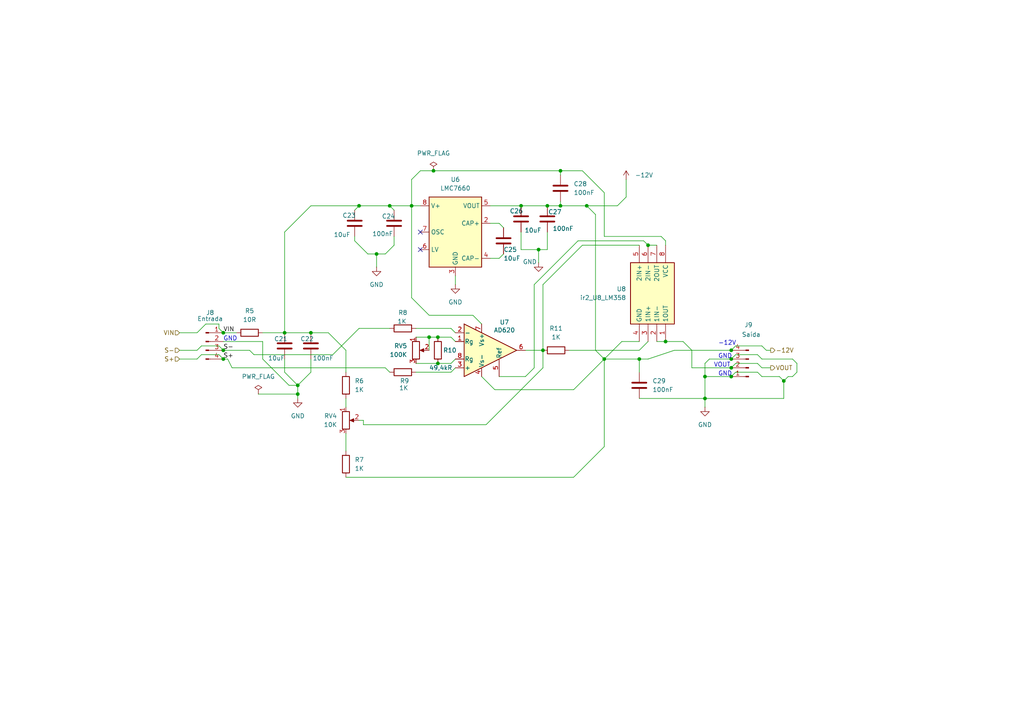
<source format=kicad_sch>
(kicad_sch (version 20250114) (generator "eeschema") (generator_version "9.0")
  (paper "A4")
  (title_block (title "PROJETO IR2_B2_UFAM") (date "07/08/2025") (rev "V1") (company "UFAM-UFMG") (comment 1 "1 - Software Proteus substituído pelo Software Kicad 9.0") (comment 2 "2 - Incluído Amplificafor de Instrumentação para reduzir ruídos") (comment 3 "3 - Incluídos conectores para cabos entrelaçados") (comment 4 "4 - Análise de 4 camadas para reduzir ruídos") (comment 5 "5 - Teste de clonagem"))
  (lib_symbols
    (symbol "Amplifier_Instrumentation:AD620" (pin_names (offset 0.127))
      (property "Reference" "U" (at 3.81 7.62 0))
      (property "Value" "AD620" (at 5.08 5.08 0))
      (symbol "AD620_0_1"
        (polyline (pts (xy -7.62 7.62) (xy -7.62 -7.62) (xy 7.62 0) (xy -7.62 7.62)) (stroke (width 0.254)) (fill (type background)))
      )
      (symbol "AD620_1_1"
        (pin input line (at -10.16 5.08 0) (length 2.54) (name "-") (number "2"))
        (pin passive line (at -10.16 2.54 0) (length 2.54) (name "Rg") (number "1"))
        (pin passive line (at -10.16 -2.54 0) (length 2.54) (name "Rg") (number "8"))
        (pin input line (at -10.16 -5.08 0) (length 2.54) (name "+") (number "3"))
        (pin power_in line (at -2.54 7.62 270) (length 2.54) (name "Vs+") (number "7"))
        (pin power_in line (at -2.54 -7.62 90) (length 2.54) (name "Vs-") (number "4"))
        (pin passive line (at 2.54 -7.62 90) (length 5.08) (name "Ref") (number "5"))
        (pin output line (at 10.16 0 180) (length 2.54) (name "~") (number "6"))
      )
    )
    (symbol "Connector:Conn_01x04_Pin" (pin_names (offset 1.016) (hide yes))
      (property "Reference" "J" (at 0 5.08 0))
      (property "Value" "Conn_01x04_Pin" (at 0 -7.62 0))
      (symbol "Conn_01x04_Pin_1_1"
        (rectangle (start 0.8636 2.667) (end 0 2.413) (stroke (width 0.1524)) (fill (type outline)))
        (rectangle (start 0.8636 0.127) (end 0 -0.127) (stroke (width 0.1524)) (fill (type outline)))
        (rectangle (start 0.8636 -2.413) (end 0 -2.667) (stroke (width 0.1524)) (fill (type outline)))
        (rectangle (start 0.8636 -4.953) (end 0 -5.207) (stroke (width 0.1524)) (fill (type outline)))
        (polyline (pts (xy 1.27 2.54) (xy 0.8636 2.54)) (stroke (width 0.1524)))
        (polyline (pts (xy 1.27 0) (xy 0.8636 0)) (stroke (width 0.1524)))
        (polyline (pts (xy 1.27 -2.54) (xy 0.8636 -2.54)) (stroke (width 0.1524)))
        (polyline (pts (xy 1.27 -5.08) (xy 0.8636 -5.08)) (stroke (width 0.1524)))
        (pin passive line (at 5.08 2.54 180) (length 3.81) (name "Pin_1") (number "1"))
        (pin passive line (at 5.08 0 180) (length 3.81) (name "Pin_2") (number "2"))
        (pin passive line (at 5.08 -2.54 180) (length 3.81) (name "Pin_3") (number "3"))
        (pin passive line (at 5.08 -5.08 180) (length 3.81) (name "Pin_4") (number "4"))
      )
    )
    (symbol "Device:C" (pin_numbers (hide yes)) (pin_names (offset 0.254))
      (property "Reference" "C" (at 0.635 2.54 0))
      (property "Value" "C" (at 0.635 -2.54 0))
      (symbol "C_0_1"
        (polyline (pts (xy -2.032 0.762) (xy 2.032 0.762)) (stroke (width 0.508)))
        (polyline (pts (xy -2.032 -0.762) (xy 2.032 -0.762)) (stroke (width 0.508)))
      )
      (symbol "C_1_1"
        (pin passive line (at 0 3.81 270) (length 2.794) (name "~") (number "1"))
        (pin passive line (at 0 -3.81 90) (length 2.794) (name "~") (number "2"))
      )
    )
    (symbol "Device:R" (pin_numbers (hide yes)) (pin_names (offset 0))
      (property "Reference" "R" (at 2.032 0 90))
      (property "Value" "R" (at 0 0 90))
      (symbol "R_0_1"
        (rectangle (start -1.016 -2.54) (end 1.016 2.54) (stroke (width 0.254)))
      )
      (symbol "R_1_1"
        (pin passive line (at 0 3.81 270) (length 1.27) (name "~") (number "1"))
        (pin passive line (at 0 -3.81 90) (length 1.27) (name "~") (number "2"))
      )
    )
    (symbol "Device:R_Potentiometer" (pin_names (offset 1.016) (hide yes))
      (property "Reference" "RV" (at -4.445 0 90))
      (property "Value" "R_Potentiometer" (at -2.54 0 90))
      (symbol "R_Potentiometer_0_1"
        (rectangle (start 1.016 2.54) (end -1.016 -2.54) (stroke (width 0.254)))
        (polyline (pts (xy 1.143 0) (xy 2.286 0.508) (xy 2.286 -0.508) (xy 1.143 0)) (fill (type outline)))
        (polyline (pts (xy 2.54 0) (xy 1.524 0)))
      )
      (symbol "R_Potentiometer_1_1"
        (pin passive line (at 0 3.81 270) (length 1.27) (name "1") (number "1"))
        (pin passive line (at 0 -3.81 90) (length 1.27) (name "3") (number "3"))
        (pin passive line (at 3.81 0 180) (length 1.27) (name "2") (number "2"))
      )
    )
    (symbol "IR2_Library:IR2_UFAM_U8_LM358"
      (property "Reference" "U" (at 24.13 7.62 0))
      (property "Value" "IR2_UFAM_U8_LM358" (at 24.13 5.08 0))
      (symbol "IR2_UFAM_U8_LM358_1_1"
        (rectangle (start 5.08 2.54) (end 22.86 -10.16) (stroke (width 0.254)) (fill (type background)))
        (pin passive line (at 0 0 0) (length 5.08) (name "1OUT") (number "1"))
        (pin passive line (at 0 -2.54 0) (length 5.08) (name "1IN-") (number "2"))
        (pin passive line (at 0 -5.08 0) (length 5.08) (name "1IN+") (number "3"))
        (pin passive line (at 0 -7.62 0) (length 5.08) (name "GND") (number "4"))
        (pin passive line (at 27.94 0 180) (length 5.08) (name "VCC") (number "8"))
        (pin passive line (at 27.94 -2.54 180) (length 5.08) (name "2OUT") (number "7"))
        (pin passive line (at 27.94 -5.08 180) (length 5.08) (name "2IN-") (number "6"))
        (pin passive line (at 27.94 -7.62 180) (length 5.08) (name "2IN+") (number "5"))
      )
    )
    (symbol "Regulator_SwitchedCapacitor:LMC7660"
      (property "Reference" "U" (at -6.604 11.43 0))
      (property "Value" "LMC7660" (at 0 11.43 0))
      (symbol "LMC7660_0_1"
        (rectangle (start -7.62 10.16) (end 7.62 -10.16) (stroke (width 0.254)) (fill (type background)))
      )
      (symbol "LMC7660_1_1"
        (pin power_in line (at -10.16 7.62 0) (length 2.54) (name "V+") (number "8"))
        (pin input line (at -10.16 0 0) (length 2.54) (name "OSC") (number "7"))
        (pin input line (at -10.16 -5.08 0) (length 2.54) (name "LV") (number "6"))
        (pin no_connect line (at -7.62 5.08 0) (length 2.54) (hide yes) (name "NC") (number "1"))
        (pin power_in line (at 0 -12.7 90) (length 2.54) (name "GND") (number "3"))
        (pin power_out line (at 10.16 7.62 180) (length 2.54) (name "VOUT") (number "5"))
        (pin input line (at 10.16 2.54 180) (length 2.54) (name "CAP+") (number "2"))
        (pin input line (at 10.16 -7.62 180) (length 2.54) (name "CAP-") (number "4"))
      )
    )
    (symbol "power:GND" (power) (pin_numbers (hide yes)) (pin_names (offset 0) (hide yes))
      (property "Value" "GND" (at 0 -3.81 0))
      (symbol "GND_0_1"
        (polyline (pts (xy 0 0) (xy 0 -1.27) (xy 1.27 -1.27) (xy 0 -2.54) (xy -1.27 -1.27) (xy 0 -1.27)))
      )
      (symbol "GND_1_1"
        (pin power_in line (at 0 0 270) (length 0) (name "~") (number "1"))
      )
    )
    (symbol "power:PWR_FLAG" (power) (pin_numbers (hide yes)) (pin_names (offset 0) (hide yes))
      (property "Value" "PWR_FLAG" (at 0 3.81 0))
      (symbol "PWR_FLAG_0_0"
        (pin power_out line (at 0 0 90) (length 0) (name "~") (number "1"))
      )
      (symbol "PWR_FLAG_0_1"
        (polyline (pts (xy 0 0) (xy 0 1.27) (xy -1.016 1.905) (xy 0 2.54) (xy 1.016 1.905) (xy 0 1.27)))
      )
    )
    (symbol "power:VCC" (power) (pin_numbers (hide yes)) (pin_names (offset 0) (hide yes))
      (property "Value" "VCC" (at 0 3.556 0))
      (symbol "VCC_0_1"
        (polyline (pts (xy -0.762 1.27) (xy 0 2.54)))
        (polyline (pts (xy 0 2.54) (xy 0.762 1.27)))
        (polyline (pts (xy 0 0) (xy 0 2.54)))
      )
      (symbol "VCC_1_1"
        (pin power_in line (at 0 0 90) (length 0) (name "~") (number "1"))
      )
    )
  )
  (text "GND" (at 64.77 99.06 0) (effects (font (size 1.27 1.27)) (justify left bottom)))
  (text "-12V" (at 208.28 100.33 0) (effects (font (size 1.27 1.27)) (justify left bottom)))
  (text "GND" (at 208.28 104.14 0) (effects (font (size 1.27 1.27)) (justify left bottom)))
  (text "GND" (at 208.28 109.22 0) (effects (font (size 1.27 1.27)) (justify left bottom)))
  (text "VOUT" (at 207.01 106.68 0) (effects (font (size 1.27 1.27)) (justify left bottom)))
  (junction (at 64.77 104.14))
  (junction (at 156.21 72.39))
  (junction (at 170.18 59.69))
  (junction (at 64.77 101.6))
  (junction (at 127 105.41))
  (junction (at 227.33 110.49))
  (junction (at 204.47 115.57))
  (junction (at 175.26 104.14))
  (junction (at 185.42 104.14))
  (junction (at 82.55 96.52))
  (junction (at 86.36 114.3))
  (junction (at 109.22 73.66))
  (junction (at 113.03 59.69))
  (junction (at 124.46 97.79))
  (junction (at 187.96 71.12))
  (junction (at 158.75 59.69))
  (junction (at 90.17 96.52))
  (junction (at 162.56 59.69))
  (junction (at 119.38 59.69))
  (junction (at 212.09 101.6))
  (junction (at 151.13 59.69))
  (junction (at 193.04 99.06))
  (junction (at 157.48 101.6))
  (junction (at 64.77 96.52))
  (junction (at 127 97.79))
  (junction (at 212.09 109.22))
  (junction (at 212.09 104.14))
  (junction (at 162.56 49.53))
  (junction (at 104.14 59.69))
  (junction (at 204.47 109.22))
  (junction (at 86.36 111.76))
  (junction (at 125.73 49.53))
  (junction (at 212.09 106.68))
  (no_connect (at 121.92 67.31))
  (no_connect (at 121.92 72.39))
  (wire (pts (xy 114.3 60.96) (xy 113.03 59.69)))
  (wire (pts (xy 175.26 104.14) (xy 175.26 129.54)))
  (wire (pts (xy 220.98 104.14) (xy 219.71 102.87)))
  (wire (pts (xy 204.47 109.22) (xy 204.47 115.57)))
  (wire (pts (xy 213.36 107.95) (xy 212.09 109.22)))
  (wire (pts (xy 82.55 107.95) (xy 82.55 104.14)))
  (wire (pts (xy 185.42 104.14) (xy 185.42 107.95)))
  (wire (pts (xy 229.87 109.22) (xy 228.6 109.22)))
  (wire (pts (xy 100.33 101.6) (xy 95.25 96.52)))
  (wire (pts (xy 59.69 93.98) (xy 63.5 93.98)))
  (wire (pts (xy 193.04 69.85) (xy 193.04 71.12)))
  (wire (pts (xy 157.48 82.55) (xy 157.48 101.6)))
  (wire (pts (xy 220.98 106.68) (xy 219.71 105.41)))
  (wire (pts (xy 102.87 60.96) (xy 104.14 59.69)))
  (wire (pts (xy 119.38 59.69) (xy 121.92 59.69)))
  (wire (pts (xy 156.21 72.39) (xy 156.21 76.2)))
  (wire (pts (xy 193.04 69.85) (xy 191.77 68.58)))
  (wire (pts (xy 172.72 62.23) (xy 170.18 59.69)))
  (wire (pts (xy 142.24 59.69) (xy 151.13 59.69)))
  (wire (pts (xy 167.64 69.85) (xy 154.94 82.55)))
  (wire (pts (xy 168.91 71.12) (xy 157.48 82.55)))
  (wire (pts (xy 127 105.41) (xy 130.81 105.41)))
  (wire (pts (xy 106.68 73.66) (xy 109.22 73.66)))
  (wire (pts (xy 102.87 68.58) (xy 102.87 69.85)))
  (wire (pts (xy 204.47 115.57) (xy 204.47 118.11)))
  (wire (pts (xy 185.42 104.14) (xy 187.96 104.14)))
  (wire (pts (xy 172.72 101.6) (xy 172.72 62.23)))
  (wire (pts (xy 154.94 106.68) (xy 152.4 109.22)))
  (wire (pts (xy 58.42 102.87) (xy 63.5 102.87)))
  (wire (pts (xy 222.25 101.6) (xy 220.98 100.33)))
  (wire (pts (xy 229.87 104.14) (xy 231.14 105.41)))
  (wire (pts (xy 64.77 99.06) (xy 76.2 99.06)))
  (wire (pts (xy 82.55 96.52) (xy 82.55 67.31)))
  (wire (pts (xy 213.36 102.87) (xy 219.71 102.87)))
  (wire (pts (xy 125.73 49.53) (xy 162.56 49.53)))
  (wire (pts (xy 200.66 101.6) (xy 200.66 106.68)))
  (wire (pts (xy 186.69 69.85) (xy 167.64 69.85)))
  (wire (pts (xy 157.48 101.6) (xy 157.48 106.68)))
  (wire (pts (xy 223.52 101.6) (xy 222.25 101.6)))
  (wire (pts (xy 130.81 105.41) (xy 132.08 104.14)))
  (wire (pts (xy 76.2 99.06) (xy 76.2 104.14)))
  (wire (pts (xy 227.33 110.49) (xy 227.33 115.57)))
  (wire (pts (xy 220.98 100.33) (xy 213.36 100.33)))
  (wire (pts (xy 57.15 101.6) (xy 58.42 100.33)))
  (wire (pts (xy 52.07 104.14) (xy 57.15 104.14)))
  (wire (pts (xy 187.96 104.14) (xy 195.58 101.6)))
  (wire (pts (xy 82.55 67.31) (xy 90.17 59.69)))
  (wire (pts (xy 175.26 104.14) (xy 172.72 101.6)))
  (wire (pts (xy 144.78 109.22) (xy 152.4 109.22)))
  (wire (pts (xy 165.1 101.6) (xy 185.42 101.6)))
  (wire (pts (xy 181.61 52.07) (xy 181.61 57.15)))
  (wire (pts (xy 151.13 67.31) (xy 151.13 72.39)))
  (wire (pts (xy 166.37 138.43) (xy 175.26 129.54)))
  (wire (pts (xy 180.34 99.06) (xy 175.26 104.14)))
  (wire (pts (xy 124.46 91.44) (xy 119.38 86.36)))
  (wire (pts (xy 124.46 97.79) (xy 127 97.79)))
  (wire (pts (xy 121.92 49.53) (xy 125.73 49.53)))
  (wire (pts (xy 130.81 107.95) (xy 132.08 106.68)))
  (wire (pts (xy 162.56 49.53) (xy 168.91 49.53)))
  (wire (pts (xy 124.46 97.79) (xy 124.46 101.6)))
  (wire (pts (xy 190.5 99.06) (xy 193.04 99.06)))
  (wire (pts (xy 52.07 101.6) (xy 57.15 101.6)))
  (wire (pts (xy 57.15 96.52) (xy 59.69 93.98)))
  (wire (pts (xy 130.81 95.25) (xy 132.08 96.52)))
  (wire (pts (xy 213.36 102.87) (xy 212.09 104.14)))
  (wire (pts (xy 57.15 104.14) (xy 58.42 102.87)))
  (wire (pts (xy 162.56 59.69) (xy 170.18 59.69)))
  (wire (pts (xy 86.36 111.76) (xy 86.36 114.3)))
  (wire (pts (xy 127 97.79) (xy 130.81 97.79)))
  (wire (pts (xy 144.78 64.77) (xy 146.05 66.04)))
  (wire (pts (xy 63.5 95.25) (xy 64.77 96.52)))
  (wire (pts (xy 67.31 106.68) (xy 66.04 104.14)))
  (wire (pts (xy 137.16 91.44) (xy 124.46 91.44)))
  (wire (pts (xy 185.42 71.12) (xy 168.91 71.12)))
  (wire (pts (xy 74.93 114.3) (xy 86.36 114.3)))
  (wire (pts (xy 151.13 72.39) (xy 156.21 72.39)))
  (wire (pts (xy 100.33 107.95) (xy 100.33 101.6)))
  (wire (pts (xy 140.97 123.19) (xy 157.48 106.68)))
  (wire (pts (xy 220.98 104.14) (xy 229.87 104.14)))
  (wire (pts (xy 204.47 109.22) (xy 212.09 109.22)))
  (wire (pts (xy 187.96 71.12) (xy 186.69 69.85)))
  (wire (pts (xy 104.14 95.25) (xy 96.52 102.87)))
  (wire (pts (xy 90.17 96.52) (xy 95.25 96.52)))
  (wire (pts (xy 204.47 115.57) (xy 227.33 115.57)))
  (wire (pts (xy 64.77 104.14) (xy 66.04 104.14)))
  (wire (pts (xy 90.17 107.95) (xy 86.36 111.76)))
  (wire (pts (xy 114.3 68.58) (xy 114.3 71.12)))
  (wire (pts (xy 166.37 113.03) (xy 175.26 104.14)))
  (wire (pts (xy 102.87 69.85) (xy 106.68 73.66)))
  (wire (pts (xy 96.52 102.87) (xy 73.66 102.87)))
  (wire (pts (xy 142.24 64.77) (xy 144.78 64.77)))
  (wire (pts (xy 82.55 107.95) (xy 86.36 111.76)))
  (wire (pts (xy 193.04 99.06) (xy 198.12 99.06)))
  (wire (pts (xy 52.07 96.52) (xy 57.15 96.52)))
  (wire (pts (xy 104.14 121.92) (xy 105.41 121.92)))
  (wire (pts (xy 205.74 104.14) (xy 212.09 104.14)))
  (wire (pts (xy 213.36 105.41) (xy 212.09 106.68)))
  (wire (pts (xy 86.36 114.3) (xy 86.36 115.57)))
  (wire (pts (xy 187.96 99.06) (xy 185.42 101.6)))
  (wire (pts (xy 185.42 115.57) (xy 204.47 115.57)))
  (wire (pts (xy 109.22 73.66) (xy 109.22 77.47)))
  (wire (pts (xy 162.56 49.53) (xy 162.56 50.8)))
  (wire (pts (xy 185.42 99.06) (xy 180.34 99.06)))
  (wire (pts (xy 63.5 102.87) (xy 64.77 104.14)))
  (wire (pts (xy 104.14 59.69) (xy 113.03 59.69)))
  (wire (pts (xy 64.77 96.52) (xy 68.58 96.52)))
  (wire (pts (xy 204.47 105.41) (xy 204.47 109.22)))
  (wire (pts (xy 220.98 109.22) (xy 219.71 107.95)))
  (wire (pts (xy 158.75 59.69) (xy 162.56 59.69)))
  (wire (pts (xy 130.81 97.79) (xy 132.08 99.06)))
  (wire (pts (xy 223.52 106.68) (xy 220.98 106.68)))
  (wire (pts (xy 185.42 104.14) (xy 175.26 104.14)))
  (wire (pts (xy 119.38 59.69) (xy 119.38 52.07)))
  (wire (pts (xy 219.71 105.41) (xy 213.36 105.41)))
  (wire (pts (xy 219.71 107.95) (xy 213.36 107.95)))
  (wire (pts (xy 119.38 52.07) (xy 121.92 49.53)))
  (wire (pts (xy 143.51 113.03) (xy 166.37 113.03)))
  (wire (pts (xy 76.2 104.14) (xy 83.82 111.76)))
  (wire (pts (xy 231.14 107.95) (xy 229.87 109.22)))
  (wire (pts (xy 113.03 59.69) (xy 119.38 59.69)))
  (wire (pts (xy 175.26 55.88) (xy 175.26 68.58)))
  (wire (pts (xy 142.24 74.93) (xy 144.78 74.93)))
  (wire (pts (xy 187.96 71.12) (xy 190.5 71.12)))
  (wire (pts (xy 139.7 109.22) (xy 143.51 113.03)))
  (wire (pts (xy 120.65 107.95) (xy 130.81 107.95)))
  (wire (pts (xy 139.7 93.98) (xy 137.16 91.44)))
  (wire (pts (xy 220.98 109.22) (xy 226.06 109.22)))
  (wire (pts (xy 200.66 106.68) (xy 212.09 106.68)))
  (wire (pts (xy 83.82 111.76) (xy 86.36 111.76)))
  (wire (pts (xy 111.76 106.68) (xy 113.03 107.95)))
  (wire (pts (xy 151.13 59.69) (xy 158.75 59.69)))
  (wire (pts (xy 67.31 106.68) (xy 111.76 106.68)))
  (wire (pts (xy 105.41 121.92) (xy 105.41 123.19)))
  (wire (pts (xy 63.5 100.33) (xy 64.77 101.6)))
  (wire (pts (xy 90.17 107.95) (xy 90.17 104.14)))
  (wire (pts (xy 170.18 59.69) (xy 179.07 59.69)))
  (wire (pts (xy 114.3 71.12) (xy 111.76 73.66)))
  (wire (pts (xy 119.38 59.69) (xy 119.38 86.36)))
  (wire (pts (xy 132.08 80.01) (xy 132.08 82.55)))
  (wire (pts (xy 228.6 109.22) (xy 227.33 110.49)))
  (wire (pts (xy 100.33 138.43) (xy 166.37 138.43)))
  (wire (pts (xy 195.58 101.6) (xy 212.09 101.6)))
  (wire (pts (xy 226.06 109.22) (xy 227.33 110.49)))
  (wire (pts (xy 158.75 67.31) (xy 158.75 72.39)))
  (wire (pts (xy 105.41 123.19) (xy 140.97 123.19)))
  (wire (pts (xy 181.61 57.15) (xy 179.07 59.69)))
  (wire (pts (xy 154.94 82.55) (xy 154.94 106.68)))
  (wire (pts (xy 175.26 68.58) (xy 191.77 68.58)))
  (wire (pts (xy 58.42 100.33) (xy 63.5 100.33)))
  (wire (pts (xy 64.77 101.6) (xy 72.39 101.6)))
  (wire (pts (xy 198.12 99.06) (xy 200.66 101.6)))
  (wire (pts (xy 168.91 49.53) (xy 175.26 55.88)))
  (wire (pts (xy 73.66 102.87) (xy 72.39 101.6)))
  (wire (pts (xy 120.65 97.79) (xy 124.46 97.79)))
  (wire (pts (xy 144.78 74.93) (xy 146.05 73.66)))
  (wire (pts (xy 76.2 96.52) (xy 82.55 96.52)))
  (wire (pts (xy 90.17 59.69) (xy 104.14 59.69)))
  (wire (pts (xy 162.56 58.42) (xy 162.56 59.69)))
  (wire (pts (xy 100.33 125.73) (xy 100.33 130.81)))
  (wire (pts (xy 82.55 96.52) (xy 90.17 96.52)))
  (wire (pts (xy 113.03 95.25) (xy 104.14 95.25)))
  (wire (pts (xy 120.65 95.25) (xy 130.81 95.25)))
  (wire (pts (xy 109.22 73.66) (xy 111.76 73.66)))
  (wire (pts (xy 63.5 93.98) (xy 63.5 95.25)))
  (wire (pts (xy 120.65 105.41) (xy 127 105.41)))
  (wire (pts (xy 213.36 100.33) (xy 212.09 101.6)))
  (wire (pts (xy 204.47 105.41) (xy 205.74 104.14)))
  (wire (pts (xy 100.33 115.57) (xy 100.33 118.11)))
  (wire (pts (xy 156.21 72.39) (xy 158.75 72.39)))
  (wire (pts (xy 152.4 101.6) (xy 157.48 101.6)))
  (wire (pts (xy 231.14 105.41) (xy 231.14 107.95)))
  (label "S+" (at 64.77 104.14 0))
  (label "S-" (at 64.77 101.6 0))
  (label "VIN" (at 64.77 96.52 0))
  (hierarchical_label "S+" (shape input) (at 52.07 104.14 180))
  (hierarchical_label "S-" (shape input) (at 52.07 101.6 180))
  (hierarchical_label "-12V" (shape output) (at 223.52 101.6 0))
  (hierarchical_label "VOUT" (shape output) (at 223.52 106.68 0))
  (hierarchical_label "VIN" (shape input) (at 52.07 96.52 180))
  (symbol (lib_id "Device:R") (at 100.33 134.62 180) (unit 1)
    (property "Reference" "R7" (at 102.87 133.3499 0) (effects (justify right)))
    (property "Value" "1K" (at 102.87 135.8899 0) (effects (justify right)))
    (property "Footprint" "Resistor_SMD:R_0805_2012Metric" (effects (hide yes)))
    (property "Description" "Resistor" (effects (hide yes)))
  )
  (symbol (lib_id "Device:R") (at 116.84 95.25 270) (unit 1)
    (property "Reference" "R8" (at 116.84 90.678 90))
    (property "Value" "1K" (at 116.586 93.218 90))
    (property "Footprint" "Resistor_SMD:R_0805_2012Metric" (effects (hide yes)))
    (property "Description" "Resistor" (effects (hide yes)))
  )
  (symbol (lib_id "power:GND") (at 109.22 77.47 0) (unit 1)
    (property "Reference" "#PWR024" (effects (hide yes)))
    (property "Value" "GND" (at 109.22 82.55 0))
    (property "Description" "Power symbol creates a global label with name \"GND\" , ground" (effects (hide yes)))
  )
  (symbol (lib_id "Regulator_SwitchedCapacitor:LMC7660") (at 132.08 67.31 0) (unit 1)
    (property "Reference" "U6" (at 132.08 52.07 0))
    (property "Value" "LMC7660" (at 132.08 54.61 0))
    (property "Footprint" "Package_SO:SOIC-8_5.3x5.3mm_P1.27mm" (effects (hide yes)))
    (property "Datasheet" "http://www.ti.com/lit/ds/symlink/lmc7660.pdf" (effects (hide yes)))
    (property "Description" "Voltage converter from +1.5V to +10V to +1.5V to +10V, SO-8/DIP-8" (effects (hide yes)))
  )
  (symbol (lib_id "Device:C") (at 151.13 63.5 0) (unit 1)
    (property "Reference" "C26" (at 147.828 61.214 0) (effects (justify left)))
    (property "Value" "10uF" (at 152.146 66.802 0) (effects (justify left)))
    (property "Footprint" "Capacitor_SMD:C_Elec_3x5.4" (effects (hide yes)))
    (property "Description" "Unpolarized capacitor" (effects (hide yes)))
  )
  (symbol (lib_id "Device:R") (at 127 101.6 0) (unit 1)
    (property "Reference" "R10" (at 128.524 101.6 0) (effects (justify left)))
    (property "Value" "49,4kR" (at 124.46 106.68 0) (effects (justify left)))
    (property "Footprint" "Resistor_SMD:R_0805_2012Metric" (effects (hide yes)))
    (property "Description" "Resistor" (effects (hide yes)))
  )
  (symbol (lib_id "Device:C") (at 102.87 64.77 0) (unit 1)
    (property "Reference" "C23" (at 99.314 62.484 0) (effects (justify left)))
    (property "Value" "10uF" (at 96.774 68.072 0) (effects (justify left)))
    (property "Footprint" "Capacitor_SMD:C_Elec_3x5.4" (effects (hide yes)))
    (property "Description" "Unpolarized capacitor" (effects (hide yes)))
  )
  (symbol (lib_id "power:GND") (at 132.08 82.55 0) (unit 1)
    (property "Reference" "#PWR025" (effects (hide yes)))
    (property "Value" "GND" (at 132.08 87.63 0))
    (property "Description" "Power symbol creates a global label with name \"GND\" , ground" (effects (hide yes)))
  )
  (symbol (lib_id "power:VCC") (at 181.61 52.07 0) (unit 1)
    (property "Reference" "#PWR038" (effects (hide yes)))
    (property "Value" "-12V" (at 184.15 50.7999 0) (effects (justify left)))
    (property "Description" "Power symbol creates a global label with name \"VCC\"" (effects (hide yes)))
  )
  (symbol (lib_id "Device:C") (at 146.05 69.85 180) (unit 1)
    (property "Reference" "C25" (at 146.05 72.3899 0) (effects (justify right)))
    (property "Value" "10uF" (at 146.05 74.9299 0) (effects (justify right)))
    (property "Footprint" "Capacitor_SMD:C_Elec_3x5.4" (effects (hide yes)))
    (property "Description" "Unpolarized capacitor" (effects (hide yes)))
  )
  (symbol (lib_id "Device:C") (at 82.55 100.33 0) (unit 1)
    (property "Reference" "C21" (at 79.502 98.298 0) (effects (justify left)))
    (property "Value" "10uF" (at 77.724 103.886 0) (effects (justify left)))
    (property "Footprint" "Capacitor_SMD:C_Elec_3x5.4" (effects (hide yes)))
    (property "Description" "Unpolarized capacitor" (effects (hide yes)))
  )
  (symbol (lib_id "Device:C") (at 114.3 64.77 0) (unit 1)
    (property "Reference" "C24" (at 110.744 62.738 0) (effects (justify left)))
    (property "Value" "100nF" (at 107.95 67.818 0) (effects (justify left)))
    (property "Footprint" "Capacitor_SMD:C_0805_2012Metric_Pad1.18x1.45mm_HandSolder" (effects (hide yes)))
    (property "Description" "Unpolarized capacitor" (effects (hide yes)))
  )
  (symbol (lib_id "Device:C") (at 185.42 111.76 180) (unit 1)
    (property "Reference" "C29" (at 189.23 110.4899 0) (effects (justify right)))
    (property "Value" "100nF" (at 189.23 113.0299 0) (effects (justify right)))
    (property "Footprint" "Capacitor_SMD:C_0805_2012Metric" (effects (hide yes)))
    (property "Description" "Unpolarized capacitor" (effects (hide yes)))
  )
  (symbol (lib_id "Device:R") (at 116.84 107.95 270) (unit 1)
    (property "Reference" "R9" (at 117.348 110.49 90))
    (property "Value" "1K" (at 117.094 112.522 90))
    (property "Footprint" "Resistor_SMD:R_0805_2012Metric" (effects (hide yes)))
    (property "Description" "Resistor" (effects (hide yes)))
  )
  (symbol (lib_id "Device:R_Potentiometer") (at 120.65 101.6 0) (unit 1)
    (property "Reference" "RV5" (at 118.11 100.3299 0) (effects (justify right)))
    (property "Value" "100K" (at 118.11 102.8699 0) (effects (justify right)))
    (property "Footprint" "Potentiometer_THT:Potentiometer_Bourns_3296W_Vertical" (effects (hide yes)))
    (property "Description" "Potentiometer" (effects (hide yes)))
  )
  (symbol (lib_id "power:GND") (at 204.47 118.11 0) (unit 1)
    (property "Reference" "#PWR027" (effects (hide yes)))
    (property "Value" "GND" (at 204.47 123.19 0))
    (property "Description" "Power symbol creates a global label with name \"GND\" , ground" (effects (hide yes)))
  )
  (symbol (lib_id "power:PWR_FLAG") (at 74.93 114.3 0) (unit 1)
    (property "Reference" "#FLG01" (effects (hide yes)))
    (property "Value" "PWR_FLAG" (at 74.93 109.22 0))
    (property "Description" "Special symbol for telling ERC where power comes from" (effects (hide yes)))
  )
  (symbol (lib_id "Device:R") (at 100.33 111.76 180) (unit 1)
    (property "Reference" "R6" (at 102.87 110.4899 0) (effects (justify right)))
    (property "Value" "1K" (at 102.87 113.0299 0) (effects (justify right)))
    (property "Footprint" "Resistor_SMD:R_0805_2012Metric" (effects (hide yes)))
    (property "Description" "Resistor" (effects (hide yes)))
  )
  (symbol (lib_id "Device:C") (at 162.56 54.61 180) (unit 1)
    (property "Reference" "C28" (at 166.37 53.3399 0) (effects (justify right)))
    (property "Value" "100nF" (at 166.37 55.8799 0) (effects (justify right)))
    (property "Footprint" "Capacitor_SMD:C_0805_2012Metric" (effects (hide yes)))
    (property "Description" "Unpolarized capacitor" (effects (hide yes)))
  )
  (symbol (lib_id "Device:R_Potentiometer") (at 100.33 121.92 0) (unit 1)
    (property "Reference" "RV4" (at 97.79 120.6499 0) (effects (justify right)))
    (property "Value" "10K" (at 97.79 123.1899 0) (effects (justify right)))
    (property "Footprint" "Potentiometer_THT:Potentiometer_Bourns_3296W_Vertical" (effects (hide yes)))
    (property "Description" "Potentiometer" (effects (hide yes)))
  )
  (symbol (lib_id "Connector:Conn_01x04_Pin") (at 59.69 99.06 0) (unit 1)
    (property "Reference" "J8" (at 60.96 90.678 0))
    (property "Value" "Entrada" (at 60.96 92.456 0))
    (property "Footprint" "Connector_Molex:Molex_KK-254_AE-6410-04A_1x04_P2.54mm_Vertical" (effects (hide yes)))
    (property "Description" "Generic connector, single row, 01x04, script generated" (effects (hide yes)))
  )
  (symbol (lib_id "power:PWR_FLAG") (at 125.73 49.53 0) (unit 1)
    (property "Reference" "#FLG02" (effects (hide yes)))
    (property "Value" "PWR_FLAG" (at 125.73 44.45 0))
    (property "Description" "Special symbol for telling ERC where power comes from" (effects (hide yes)))
  )
  (symbol (lib_id "Device:C") (at 90.17 100.33 0) (unit 1)
    (property "Reference" "C22" (at 87.122 98.298 0) (effects (justify left)))
    (property "Value" "100nF" (at 90.678 103.886 0) (effects (justify left)))
    (property "Footprint" "Capacitor_SMD:C_0805_2012Metric" (effects (hide yes)))
    (property "Description" "Unpolarized capacitor" (effects (hide yes)))
  )
  (symbol (lib_id "Device:C") (at 158.75 63.5 0) (unit 1)
    (property "Reference" "C27" (at 159.004 61.468 0) (effects (justify left)))
    (property "Value" "100nF" (at 160.274 66.294 0) (effects (justify left)))
    (property "Footprint" "Capacitor_SMD:C_0805_2012Metric" (effects (hide yes)))
    (property "Description" "Unpolarized capacitor" (effects (hide yes)))
  )
  (symbol (lib_id "power:GND") (at 156.21 76.2 0) (unit 1)
    (property "Reference" "#PWR026" (effects (hide yes)))
    (property "Value" "GND" (at 153.67 75.946 0))
    (property "Description" "Power symbol creates a global label with name \"GND\" , ground" (effects (hide yes)))
  )
  (symbol (lib_id "Device:R") (at 161.29 101.6 90) (unit 1)
    (property "Reference" "R11" (at 161.29 95.25 90))
    (property "Value" "1K" (at 161.29 97.79 90))
    (property "Footprint" "Resistor_SMD:R_0805_2012Metric_Pad1.20x1.40mm_HandSolder" (effects (hide yes)))
    (property "Description" "Resistor" (effects (hide yes)))
  )
  (symbol (lib_id "Connector:Conn_01x04_Pin") (at 217.17 106.68 180) (unit 1)
    (property "Reference" "J9" (at 215.9 94.234 0) (effects (justify right)))
    (property "Value" "Saída" (at 215.138 97.028 0) (effects (justify right)))
    (property "Footprint" "Connector_Molex:Molex_KK-254_AE-6410-04A_1x04_P2.54mm_Vertical" (effects (hide yes)))
    (property "Description" "Generic connector, single row, 01x04, script generated" (effects (hide yes)))
  )
  (symbol (lib_id "Amplifier_Instrumentation:AD620") (at 142.24 101.6 0) (unit 1)
    (property "Reference" "U7" (at 146.304 93.472 0))
    (property "Value" "AD620" (at 146.304 95.758 0))
    (property "Footprint" "Package_SO:SOIC-8_5.3x5.3mm_P1.27mm" (effects (hide yes)))
    (property "Datasheet" "https://www.analog.com/media/en/technical-documentation/data-sheets/AD620.pdf" (effects (hide yes)))
    (property "Description" "Low Cost, Low Power, Instrumentation Amplifier, DIP-8/SOIC-8" (effects (hide yes)))
  )
  (symbol (lib_id "IR2_Library:IR2_UFAM_U8_LM358") (at 193.04 99.06 270) (mirror x) (unit 1)
    (property "Reference" "U8" (at 181.61 83.8199 90) (effects (justify right)))
    (property "Value" "ir2_U8_LM358" (at 181.61 86.3599 90) (effects (justify right)))
    (property "Datasheet" "https://datasheet.lcsc.com/szlcsc/1902201702_IDCHIP-LM358_C329455.pdf" (effects (hide yes)))
    (property "Description" "Operational Amplifiers SOP-8 RoHS" (effects (hide yes)))
    (property "Height" "1.5" (effects (hide yes)))
    (property "Manufacturer_Name" "IDCHIP" (effects (hide yes)))
    (property "Manufacturer_Part_Number" "LM358" (effects (hide yes)))
  )
  (symbol (lib_id "power:GND") (at 86.36 115.57 0) (unit 1)
    (property "Reference" "#PWR07" (effects (hide yes)))
    (property "Value" "GND" (at 86.36 120.65 0))
    (property "Description" "Power symbol creates a global label with name \"GND\" , ground" (effects (hide yes)))
  )
  (symbol (lib_id "Device:R") (at 72.39 96.52 90) (unit 1)
    (property "Reference" "R5" (at 72.39 90.17 90))
    (property "Value" "10R" (at 72.39 92.71 90))
    (property "Footprint" "Resistor_SMD:R_0805_2012Metric" (effects (hide yes)))
    (property "Description" "Resistor" (effects (hide yes)))
  )
)
</source>
